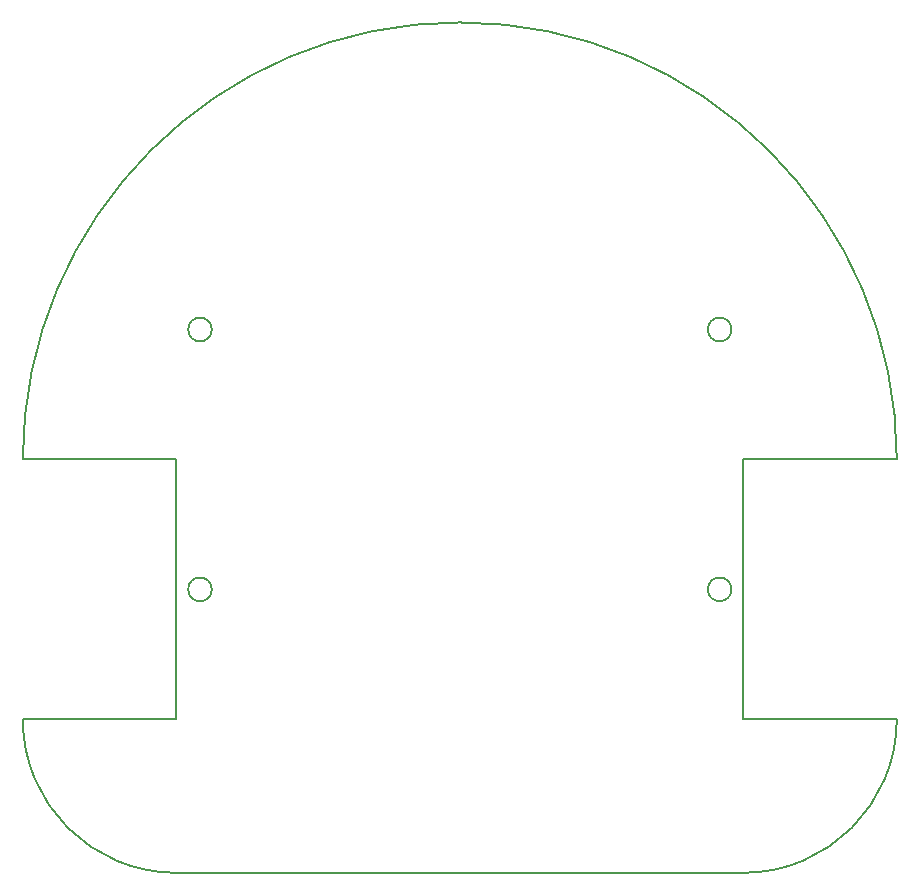
<source format=gbr>
G04 #@! TF.FileFunction,Profile,NP*
%FSLAX46Y46*%
G04 Gerber Fmt 4.6, Leading zero omitted, Abs format (unit mm)*
G04 Created by KiCad (PCBNEW 4.0.1-stable) date 2016/09/09 15:29:28*
%MOMM*%
G01*
G04 APERTURE LIST*
%ADD10C,0.100000*%
%ADD11C,0.150000*%
G04 APERTURE END LIST*
D10*
D11*
X119000000Y-123000000D02*
X167000000Y-123000000D01*
X167000000Y-123000000D02*
G75*
G03X180000000Y-110000000I0J13000000D01*
G01*
X106000000Y-110000000D02*
G75*
G03X119000000Y-123000000I13000000J0D01*
G01*
X166000000Y-99000000D02*
G75*
G03X166000000Y-99000000I-1000000J0D01*
G01*
X166000000Y-77000000D02*
G75*
G03X166000000Y-77000000I-1000000J0D01*
G01*
X122000000Y-77000000D02*
G75*
G03X122000000Y-77000000I-1000000J0D01*
G01*
X122000000Y-99000000D02*
G75*
G03X122000000Y-99000000I-1000000J0D01*
G01*
X180000000Y-88000000D02*
G75*
G03X143000000Y-51000000I-37000000J0D01*
G01*
X143000000Y-51000000D02*
G75*
G03X106000000Y-88000000I0J-37000000D01*
G01*
X119000000Y-110000000D02*
X106000000Y-110000000D01*
X167000000Y-110000000D02*
X180000000Y-110000000D01*
X167000000Y-88000000D02*
X180000000Y-88000000D01*
X119000000Y-88000000D02*
X106000000Y-88000000D01*
X119000000Y-110000000D02*
X119000000Y-88000000D01*
X167000000Y-110000000D02*
X167000000Y-88000000D01*
M02*

</source>
